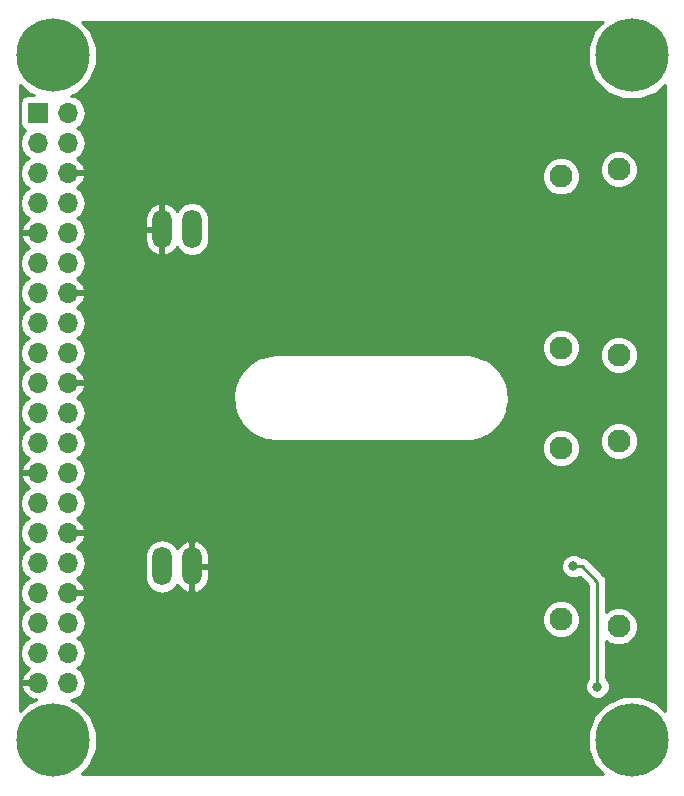
<source format=gbl>
G04 #@! TF.GenerationSoftware,KiCad,Pcbnew,(5.0.0)*
G04 #@! TF.CreationDate,2018-11-03T21:33:58-02:30*
G04 #@! TF.ProjectId,Dual CamCon,4475616C2043616D436F6E2E6B696361,rev?*
G04 #@! TF.SameCoordinates,Original*
G04 #@! TF.FileFunction,Copper,L2,Bot,Signal*
G04 #@! TF.FilePolarity,Positive*
%FSLAX46Y46*%
G04 Gerber Fmt 4.6, Leading zero omitted, Abs format (unit mm)*
G04 Created by KiCad (PCBNEW (5.0.0)) date 11/03/18 21:33:58*
%MOMM*%
%LPD*%
G01*
G04 APERTURE LIST*
G04 #@! TA.AperFunction,ComponentPad*
%ADD10R,1.700000X1.700000*%
G04 #@! TD*
G04 #@! TA.AperFunction,ComponentPad*
%ADD11O,1.700000X1.700000*%
G04 #@! TD*
G04 #@! TA.AperFunction,ComponentPad*
%ADD12O,1.638300X3.276600*%
G04 #@! TD*
G04 #@! TA.AperFunction,ComponentPad*
%ADD13C,1.950000*%
G04 #@! TD*
G04 #@! TA.AperFunction,ViaPad*
%ADD14C,6.200000*%
G04 #@! TD*
G04 #@! TA.AperFunction,ViaPad*
%ADD15C,0.800000*%
G04 #@! TD*
G04 #@! TA.AperFunction,Conductor*
%ADD16C,0.250000*%
G04 #@! TD*
G04 #@! TA.AperFunction,Conductor*
%ADD17C,0.254000*%
G04 #@! TD*
G04 APERTURE END LIST*
D10*
G04 #@! TO.P,J5,1*
G04 #@! TO.N,Net-(J5-Pad1)*
X102230000Y-43370000D03*
D11*
G04 #@! TO.P,J5,2*
G04 #@! TO.N,+5V*
X104770000Y-43370000D03*
G04 #@! TO.P,J5,3*
G04 #@! TO.N,Net-(J5-Pad3)*
X102230000Y-45910000D03*
G04 #@! TO.P,J5,4*
G04 #@! TO.N,+5V*
X104770000Y-45910000D03*
G04 #@! TO.P,J5,5*
G04 #@! TO.N,Net-(J5-Pad5)*
X102230000Y-48450000D03*
G04 #@! TO.P,J5,6*
G04 #@! TO.N,GND*
X104770000Y-48450000D03*
G04 #@! TO.P,J5,7*
G04 #@! TO.N,Net-(J5-Pad7)*
X102230000Y-50990000D03*
G04 #@! TO.P,J5,8*
G04 #@! TO.N,Net-(J5-Pad8)*
X104770000Y-50990000D03*
G04 #@! TO.P,J5,9*
G04 #@! TO.N,GND*
X102230000Y-53530000D03*
G04 #@! TO.P,J5,10*
G04 #@! TO.N,Net-(J5-Pad10)*
X104770000Y-53530000D03*
G04 #@! TO.P,J5,11*
G04 #@! TO.N,Net-(J5-Pad11)*
X102230000Y-56070000D03*
G04 #@! TO.P,J5,12*
G04 #@! TO.N,Net-(J5-Pad12)*
X104770000Y-56070000D03*
G04 #@! TO.P,J5,13*
G04 #@! TO.N,Net-(J5-Pad13)*
X102230000Y-58610000D03*
G04 #@! TO.P,J5,14*
G04 #@! TO.N,GND*
X104770000Y-58610000D03*
G04 #@! TO.P,J5,15*
G04 #@! TO.N,Net-(J5-Pad15)*
X102230000Y-61150000D03*
G04 #@! TO.P,J5,16*
G04 #@! TO.N,Net-(J5-Pad16)*
X104770000Y-61150000D03*
G04 #@! TO.P,J5,17*
G04 #@! TO.N,Net-(J5-Pad17)*
X102230000Y-63690000D03*
G04 #@! TO.P,J5,18*
G04 #@! TO.N,Net-(J5-Pad18)*
X104770000Y-63690000D03*
G04 #@! TO.P,J5,19*
G04 #@! TO.N,Net-(J5-Pad19)*
X102230000Y-66230000D03*
G04 #@! TO.P,J5,20*
G04 #@! TO.N,GND*
X104770000Y-66230000D03*
G04 #@! TO.P,J5,21*
G04 #@! TO.N,Net-(J5-Pad21)*
X102230000Y-68770000D03*
G04 #@! TO.P,J5,22*
G04 #@! TO.N,Net-(J5-Pad22)*
X104770000Y-68770000D03*
G04 #@! TO.P,J5,23*
G04 #@! TO.N,Net-(J5-Pad23)*
X102230000Y-71310000D03*
G04 #@! TO.P,J5,24*
G04 #@! TO.N,Net-(J5-Pad24)*
X104770000Y-71310000D03*
G04 #@! TO.P,J5,25*
G04 #@! TO.N,GND*
X102230000Y-73850000D03*
G04 #@! TO.P,J5,26*
G04 #@! TO.N,Net-(J5-Pad26)*
X104770000Y-73850000D03*
G04 #@! TO.P,J5,27*
G04 #@! TO.N,Net-(J5-Pad27)*
X102230000Y-76390000D03*
G04 #@! TO.P,J5,28*
G04 #@! TO.N,Net-(J5-Pad28)*
X104770000Y-76390000D03*
G04 #@! TO.P,J5,29*
G04 #@! TO.N,Net-(J5-Pad29)*
X102230000Y-78930000D03*
G04 #@! TO.P,J5,30*
G04 #@! TO.N,GND*
X104770000Y-78930000D03*
G04 #@! TO.P,J5,31*
G04 #@! TO.N,Net-(J5-Pad31)*
X102230000Y-81470000D03*
G04 #@! TO.P,J5,32*
G04 #@! TO.N,Net-(J5-Pad32)*
X104770000Y-81470000D03*
G04 #@! TO.P,J5,33*
G04 #@! TO.N,Net-(J5-Pad33)*
X102230000Y-84010000D03*
G04 #@! TO.P,J5,34*
G04 #@! TO.N,GND*
X104770000Y-84010000D03*
G04 #@! TO.P,J5,35*
G04 #@! TO.N,Net-(J5-Pad35)*
X102230000Y-86550000D03*
G04 #@! TO.P,J5,36*
G04 #@! TO.N,Net-(J5-Pad36)*
X104770000Y-86550000D03*
G04 #@! TO.P,J5,37*
G04 #@! TO.N,Net-(J5-Pad37)*
X102230000Y-89090000D03*
G04 #@! TO.P,J5,38*
G04 #@! TO.N,Net-(J5-Pad38)*
X104770000Y-89090000D03*
G04 #@! TO.P,J5,39*
G04 #@! TO.N,GND*
X102230000Y-91630000D03*
G04 #@! TO.P,J5,40*
G04 #@! TO.N,Net-(J5-Pad40)*
X104770000Y-91630000D03*
G04 #@! TD*
D12*
G04 #@! TO.P,J1,1*
G04 #@! TO.N,GND*
X112730000Y-53214380D03*
G04 #@! TO.P,J1,2*
G04 #@! TO.N,/Servo1*
X115270000Y-53214380D03*
G04 #@! TD*
G04 #@! TO.P,J2,1*
G04 #@! TO.N,GND*
X115270000Y-81774380D03*
G04 #@! TO.P,J2,2*
G04 #@! TO.N,/Servo2*
X112730000Y-81774380D03*
G04 #@! TD*
D13*
G04 #@! TO.P,P1,P4*
G04 #@! TO.N,N/C*
X151400000Y-48150000D03*
G04 #@! TO.P,P1,P3*
X151400000Y-63850000D03*
G04 #@! TO.P,P1,P1*
X146500000Y-48750000D03*
G04 #@! TO.P,P1,P2*
X146500000Y-63250000D03*
G04 #@! TD*
G04 #@! TO.P,P2,P4*
G04 #@! TO.N,N/C*
X151400000Y-71150000D03*
G04 #@! TO.P,P2,P3*
X151400000Y-86850000D03*
G04 #@! TO.P,P2,P1*
X146500000Y-71750000D03*
G04 #@! TO.P,P2,P2*
X146500000Y-86250000D03*
G04 #@! TD*
D14*
G04 #@! TO.N,*
X103500000Y-38500000D03*
X152500000Y-38500000D03*
X152500000Y-96500000D03*
X103500000Y-96500000D03*
D15*
G04 #@! TO.N,GND*
X136580460Y-48394380D03*
X143507460Y-83812380D03*
X147571460Y-79240380D03*
X147571460Y-77716380D03*
X147571460Y-76192380D03*
X147571460Y-74668380D03*
X147317460Y-51808380D03*
X147317460Y-53205380D03*
X147317460Y-54729380D03*
X142872460Y-56761380D03*
X147825460Y-59936380D03*
X139730460Y-44144380D03*
X127190460Y-52954380D03*
X130150460Y-51394380D03*
X133280460Y-49894380D03*
X131930460Y-76894380D03*
X134930460Y-78594380D03*
X137630460Y-80394380D03*
X126030460Y-37294380D03*
X123080460Y-37294380D03*
X120480460Y-40094380D03*
X120430460Y-41894380D03*
X120380460Y-43994380D03*
X121930460Y-45294380D03*
X121430460Y-38294380D03*
X131980460Y-37344380D03*
X129030460Y-37344380D03*
X138530460Y-38244380D03*
X139730460Y-39544380D03*
X139730460Y-41794380D03*
X134630460Y-37344380D03*
X136780460Y-37344380D03*
X144280460Y-48694380D03*
X131880460Y-42094380D03*
X129030460Y-42194380D03*
X126030460Y-42144380D03*
X111105460Y-58444380D03*
X111155460Y-56494380D03*
X117055460Y-78244380D03*
X117080460Y-81844380D03*
X117005460Y-76144380D03*
X121480460Y-96594380D03*
X120580460Y-94494380D03*
X120530460Y-92344380D03*
X121980460Y-89994380D03*
X123480460Y-91244380D03*
X123480460Y-92894380D03*
X127980460Y-92944380D03*
X130980460Y-92994380D03*
X133980460Y-93044380D03*
X137430460Y-89844380D03*
X120630460Y-90644380D03*
X142680460Y-82794380D03*
X125680460Y-92944380D03*
X142430460Y-60744380D03*
X128430460Y-74394380D03*
X109380460Y-49394380D03*
X109230460Y-53544380D03*
X112830460Y-98394380D03*
X142880460Y-96094380D03*
X152130460Y-91194380D03*
X154230460Y-88844380D03*
X108530460Y-94694380D03*
X108030460Y-41344380D03*
X111030460Y-37244380D03*
X145680460Y-37544380D03*
X147880460Y-41644380D03*
X153130460Y-43844380D03*
X115180460Y-70394380D03*
X108580460Y-70294380D03*
X119630460Y-74194380D03*
X115080460Y-64944380D03*
X109930460Y-64994380D03*
X120030460Y-61144380D03*
X124230460Y-74194380D03*
X143580460Y-65694380D03*
X143630460Y-67994380D03*
X154130460Y-67144380D03*
X154030460Y-55694380D03*
X154180460Y-78744380D03*
X108430460Y-76344380D03*
X117230460Y-37044380D03*
X123630460Y-55944380D03*
X143430460Y-89644380D03*
X127480460Y-83894380D03*
X147780460Y-97994380D03*
G04 #@! TO.N,/Servo2*
X147571460Y-81750000D03*
X149603460Y-91940380D03*
G04 #@! TD*
D16*
G04 #@! TO.N,/Servo2*
X147571460Y-81750000D02*
X148303080Y-81750000D01*
X148303080Y-81750000D02*
X149603460Y-83050380D01*
X149603460Y-83050380D02*
X149603460Y-91940380D01*
G04 #@! TD*
D17*
G04 #@! TO.N,GND*
G36*
X149333620Y-36384292D02*
X148765000Y-37757062D01*
X148765000Y-39242938D01*
X149333620Y-40615708D01*
X150384292Y-41666380D01*
X151757062Y-42235000D01*
X153242938Y-42235000D01*
X154615708Y-41666380D01*
X155315000Y-40967088D01*
X155315001Y-94032913D01*
X154615708Y-93333620D01*
X153242938Y-92765000D01*
X151757062Y-92765000D01*
X150384292Y-93333620D01*
X149333620Y-94384292D01*
X148765000Y-95757062D01*
X148765000Y-97242938D01*
X149333620Y-98615708D01*
X150032912Y-99315000D01*
X105967088Y-99315000D01*
X106666380Y-98615708D01*
X107235000Y-97242938D01*
X107235000Y-95757062D01*
X106666380Y-94384292D01*
X105615708Y-93333620D01*
X105032223Y-93091933D01*
X105349418Y-93028839D01*
X105840625Y-92700625D01*
X106168839Y-92209418D01*
X106284092Y-91630000D01*
X106168839Y-91050582D01*
X105840625Y-90559375D01*
X105542239Y-90360000D01*
X105840625Y-90160625D01*
X106168839Y-89669418D01*
X106284092Y-89090000D01*
X106168839Y-88510582D01*
X105840625Y-88019375D01*
X105542239Y-87820000D01*
X105840625Y-87620625D01*
X106168839Y-87129418D01*
X106284092Y-86550000D01*
X106168839Y-85970582D01*
X106141557Y-85929751D01*
X144890000Y-85929751D01*
X144890000Y-86570249D01*
X145135108Y-87161992D01*
X145588008Y-87614892D01*
X146179751Y-87860000D01*
X146820249Y-87860000D01*
X147411992Y-87614892D01*
X147864892Y-87161992D01*
X148110000Y-86570249D01*
X148110000Y-85929751D01*
X147864892Y-85338008D01*
X147411992Y-84885108D01*
X146820249Y-84640000D01*
X146179751Y-84640000D01*
X145588008Y-84885108D01*
X145135108Y-85338008D01*
X144890000Y-85929751D01*
X106141557Y-85929751D01*
X105840625Y-85479375D01*
X105521522Y-85266157D01*
X105651358Y-85205183D01*
X106041645Y-84776924D01*
X106211476Y-84366890D01*
X106090155Y-84137000D01*
X104897000Y-84137000D01*
X104897000Y-84157000D01*
X104643000Y-84157000D01*
X104643000Y-84137000D01*
X104623000Y-84137000D01*
X104623000Y-83883000D01*
X104643000Y-83883000D01*
X104643000Y-83863000D01*
X104897000Y-83863000D01*
X104897000Y-83883000D01*
X106090155Y-83883000D01*
X106211476Y-83653110D01*
X106041645Y-83243076D01*
X105651358Y-82814817D01*
X105521522Y-82753843D01*
X105840625Y-82540625D01*
X106168839Y-82049418D01*
X106284092Y-81470000D01*
X106168839Y-80890582D01*
X106116340Y-80812011D01*
X111275850Y-80812011D01*
X111275850Y-82736748D01*
X111360221Y-83160910D01*
X111681617Y-83641912D01*
X112162619Y-83963309D01*
X112730000Y-84076168D01*
X113297380Y-83963309D01*
X113778382Y-83641913D01*
X114004344Y-83303739D01*
X114331563Y-83711572D01*
X114830853Y-83985590D01*
X114917954Y-84004422D01*
X115143000Y-83882689D01*
X115143000Y-81901380D01*
X115397000Y-81901380D01*
X115397000Y-83882689D01*
X115622046Y-84004422D01*
X115709147Y-83985590D01*
X116208437Y-83711572D01*
X116564859Y-83267342D01*
X116724150Y-82720530D01*
X116724150Y-81901380D01*
X115397000Y-81901380D01*
X115143000Y-81901380D01*
X115123000Y-81901380D01*
X115123000Y-81647380D01*
X115143000Y-81647380D01*
X115143000Y-79666071D01*
X115397000Y-79666071D01*
X115397000Y-81647380D01*
X116724150Y-81647380D01*
X116724150Y-81544126D01*
X146536460Y-81544126D01*
X146536460Y-81955874D01*
X146694029Y-82336280D01*
X146985180Y-82627431D01*
X147365586Y-82785000D01*
X147777334Y-82785000D01*
X148120949Y-82642670D01*
X148843460Y-83365182D01*
X148843461Y-91236668D01*
X148726029Y-91354100D01*
X148568460Y-91734506D01*
X148568460Y-92146254D01*
X148726029Y-92526660D01*
X149017180Y-92817811D01*
X149397586Y-92975380D01*
X149809334Y-92975380D01*
X150189740Y-92817811D01*
X150480891Y-92526660D01*
X150638460Y-92146254D01*
X150638460Y-91734506D01*
X150480891Y-91354100D01*
X150363460Y-91236669D01*
X150363460Y-88090344D01*
X150488008Y-88214892D01*
X151079751Y-88460000D01*
X151720249Y-88460000D01*
X152311992Y-88214892D01*
X152764892Y-87761992D01*
X153010000Y-87170249D01*
X153010000Y-86529751D01*
X152764892Y-85938008D01*
X152311992Y-85485108D01*
X151720249Y-85240000D01*
X151079751Y-85240000D01*
X150488008Y-85485108D01*
X150363460Y-85609656D01*
X150363460Y-83125226D01*
X150378348Y-83050379D01*
X150363460Y-82975532D01*
X150363460Y-82975528D01*
X150319364Y-82753843D01*
X150151389Y-82502451D01*
X150087933Y-82460051D01*
X148893411Y-81265530D01*
X148851009Y-81202071D01*
X148599617Y-81034096D01*
X148377932Y-80990000D01*
X148377927Y-80990000D01*
X148303080Y-80975112D01*
X148267383Y-80982212D01*
X148157740Y-80872569D01*
X147777334Y-80715000D01*
X147365586Y-80715000D01*
X146985180Y-80872569D01*
X146694029Y-81163720D01*
X146536460Y-81544126D01*
X116724150Y-81544126D01*
X116724150Y-80828230D01*
X116564859Y-80281418D01*
X116208437Y-79837188D01*
X115709147Y-79563170D01*
X115622046Y-79544338D01*
X115397000Y-79666071D01*
X115143000Y-79666071D01*
X114917954Y-79544338D01*
X114830853Y-79563170D01*
X114331563Y-79837188D01*
X114004344Y-80245021D01*
X113778383Y-79906847D01*
X113297381Y-79585451D01*
X112730000Y-79472592D01*
X112162620Y-79585451D01*
X111681618Y-79906847D01*
X111360222Y-80387849D01*
X111275850Y-80812011D01*
X106116340Y-80812011D01*
X105840625Y-80399375D01*
X105521522Y-80186157D01*
X105651358Y-80125183D01*
X106041645Y-79696924D01*
X106211476Y-79286890D01*
X106090155Y-79057000D01*
X104897000Y-79057000D01*
X104897000Y-79077000D01*
X104643000Y-79077000D01*
X104643000Y-79057000D01*
X104623000Y-79057000D01*
X104623000Y-78803000D01*
X104643000Y-78803000D01*
X104643000Y-78783000D01*
X104897000Y-78783000D01*
X104897000Y-78803000D01*
X106090155Y-78803000D01*
X106211476Y-78573110D01*
X106041645Y-78163076D01*
X105651358Y-77734817D01*
X105521522Y-77673843D01*
X105840625Y-77460625D01*
X106168839Y-76969418D01*
X106284092Y-76390000D01*
X106168839Y-75810582D01*
X105840625Y-75319375D01*
X105542239Y-75120000D01*
X105840625Y-74920625D01*
X106168839Y-74429418D01*
X106284092Y-73850000D01*
X106168839Y-73270582D01*
X105840625Y-72779375D01*
X105542239Y-72580000D01*
X105840625Y-72380625D01*
X106168839Y-71889418D01*
X106260272Y-71429751D01*
X144890000Y-71429751D01*
X144890000Y-72070249D01*
X145135108Y-72661992D01*
X145588008Y-73114892D01*
X146179751Y-73360000D01*
X146820249Y-73360000D01*
X147411992Y-73114892D01*
X147864892Y-72661992D01*
X148110000Y-72070249D01*
X148110000Y-71429751D01*
X147864892Y-70838008D01*
X147856635Y-70829751D01*
X149790000Y-70829751D01*
X149790000Y-71470249D01*
X150035108Y-72061992D01*
X150488008Y-72514892D01*
X151079751Y-72760000D01*
X151720249Y-72760000D01*
X152311992Y-72514892D01*
X152764892Y-72061992D01*
X153010000Y-71470249D01*
X153010000Y-70829751D01*
X152764892Y-70238008D01*
X152311992Y-69785108D01*
X151720249Y-69540000D01*
X151079751Y-69540000D01*
X150488008Y-69785108D01*
X150035108Y-70238008D01*
X149790000Y-70829751D01*
X147856635Y-70829751D01*
X147411992Y-70385108D01*
X146820249Y-70140000D01*
X146179751Y-70140000D01*
X145588008Y-70385108D01*
X145135108Y-70838008D01*
X144890000Y-71429751D01*
X106260272Y-71429751D01*
X106284092Y-71310000D01*
X106168839Y-70730582D01*
X105840625Y-70239375D01*
X105542239Y-70040000D01*
X105840625Y-69840625D01*
X106168839Y-69349418D01*
X106284092Y-68770000D01*
X106168839Y-68190582D01*
X105840625Y-67699375D01*
X105521522Y-67486157D01*
X105651358Y-67425183D01*
X105692371Y-67380179D01*
X118746164Y-67380179D01*
X118789187Y-68073668D01*
X118795761Y-68110206D01*
X118797768Y-68147259D01*
X118817282Y-68229813D01*
X119018689Y-68894806D01*
X119033489Y-68928844D01*
X119043968Y-68964448D01*
X119081951Y-69040299D01*
X119430937Y-69641122D01*
X119453171Y-69670843D01*
X119471560Y-69703082D01*
X119525973Y-69768160D01*
X120003818Y-70272584D01*
X120032295Y-70296394D01*
X120057604Y-70323535D01*
X120125530Y-70374351D01*
X120706602Y-70755319D01*
X120739793Y-70771940D01*
X120770667Y-70792530D01*
X120848461Y-70826357D01*
X121501589Y-71063431D01*
X121537715Y-71071971D01*
X121572497Y-71084906D01*
X121655964Y-71099924D01*
X121655985Y-71099929D01*
X121655995Y-71099929D01*
X122318813Y-71177206D01*
X122357998Y-71185000D01*
X138494922Y-71185000D01*
X138515875Y-71180832D01*
X138840679Y-71160682D01*
X138858992Y-71157387D01*
X138877590Y-71157387D01*
X138961079Y-71142365D01*
X139635991Y-70977215D01*
X139670781Y-70964277D01*
X139706898Y-70955739D01*
X139784692Y-70921914D01*
X140403509Y-70605930D01*
X140434390Y-70585335D01*
X140467573Y-70568718D01*
X140535491Y-70517909D01*
X140535500Y-70517903D01*
X140535504Y-70517899D01*
X141065028Y-70068036D01*
X141090345Y-70040887D01*
X141118813Y-70017084D01*
X141173218Y-69952016D01*
X141173228Y-69952006D01*
X141173231Y-69952000D01*
X141585061Y-69392387D01*
X141603450Y-69360148D01*
X141625684Y-69330427D01*
X141663663Y-69254585D01*
X141663667Y-69254578D01*
X141663668Y-69254575D01*
X141935714Y-68615225D01*
X141946194Y-68579616D01*
X141960992Y-68545583D01*
X141980508Y-68463028D01*
X142098176Y-67778240D01*
X142100183Y-67741175D01*
X142106755Y-67704651D01*
X142106756Y-67619821D01*
X142063733Y-66926331D01*
X142057159Y-66889793D01*
X142055152Y-66852741D01*
X142035638Y-66770187D01*
X141834231Y-66105194D01*
X141819431Y-66071156D01*
X141808952Y-66035552D01*
X141770969Y-65959701D01*
X141421983Y-65358877D01*
X141399747Y-65329153D01*
X141381360Y-65296918D01*
X141326946Y-65231839D01*
X140849102Y-64727416D01*
X140820625Y-64703606D01*
X140795316Y-64676465D01*
X140727391Y-64625649D01*
X140146318Y-64244681D01*
X140113126Y-64228060D01*
X140082253Y-64207470D01*
X140004467Y-64173646D01*
X140004460Y-64173643D01*
X140004457Y-64173642D01*
X139351331Y-63936569D01*
X139315207Y-63928030D01*
X139280424Y-63915094D01*
X139196953Y-63900075D01*
X139196935Y-63900071D01*
X139196926Y-63900071D01*
X138534107Y-63822794D01*
X138494922Y-63815000D01*
X122357998Y-63815000D01*
X122337045Y-63819168D01*
X122012241Y-63839318D01*
X121993928Y-63842613D01*
X121975330Y-63842613D01*
X121891841Y-63857635D01*
X121216929Y-64022785D01*
X121182139Y-64035723D01*
X121146022Y-64044261D01*
X121068228Y-64078086D01*
X120449411Y-64394070D01*
X120418530Y-64414665D01*
X120385347Y-64431282D01*
X120317429Y-64482091D01*
X120317420Y-64482097D01*
X120317416Y-64482101D01*
X119787893Y-64931964D01*
X119762579Y-64959110D01*
X119734107Y-64982916D01*
X119679692Y-65047994D01*
X119267859Y-65607613D01*
X119249470Y-65639852D01*
X119227236Y-65669573D01*
X119189261Y-65745408D01*
X119189253Y-65745422D01*
X119189251Y-65745428D01*
X118917206Y-66384775D01*
X118906726Y-66420384D01*
X118891928Y-66454417D01*
X118872412Y-66536972D01*
X118754744Y-67221760D01*
X118752737Y-67258825D01*
X118746165Y-67295349D01*
X118746164Y-67380179D01*
X105692371Y-67380179D01*
X106041645Y-66996924D01*
X106211476Y-66586890D01*
X106090155Y-66357000D01*
X104897000Y-66357000D01*
X104897000Y-66377000D01*
X104643000Y-66377000D01*
X104643000Y-66357000D01*
X104623000Y-66357000D01*
X104623000Y-66103000D01*
X104643000Y-66103000D01*
X104643000Y-66083000D01*
X104897000Y-66083000D01*
X104897000Y-66103000D01*
X106090155Y-66103000D01*
X106211476Y-65873110D01*
X106041645Y-65463076D01*
X105651358Y-65034817D01*
X105521522Y-64973843D01*
X105840625Y-64760625D01*
X106168839Y-64269418D01*
X106284092Y-63690000D01*
X106168839Y-63110582D01*
X106048012Y-62929751D01*
X144890000Y-62929751D01*
X144890000Y-63570249D01*
X145135108Y-64161992D01*
X145588008Y-64614892D01*
X146179751Y-64860000D01*
X146820249Y-64860000D01*
X147411992Y-64614892D01*
X147864892Y-64161992D01*
X148110000Y-63570249D01*
X148110000Y-63529751D01*
X149790000Y-63529751D01*
X149790000Y-64170249D01*
X150035108Y-64761992D01*
X150488008Y-65214892D01*
X151079751Y-65460000D01*
X151720249Y-65460000D01*
X152311992Y-65214892D01*
X152764892Y-64761992D01*
X153010000Y-64170249D01*
X153010000Y-63529751D01*
X152764892Y-62938008D01*
X152311992Y-62485108D01*
X151720249Y-62240000D01*
X151079751Y-62240000D01*
X150488008Y-62485108D01*
X150035108Y-62938008D01*
X149790000Y-63529751D01*
X148110000Y-63529751D01*
X148110000Y-62929751D01*
X147864892Y-62338008D01*
X147411992Y-61885108D01*
X146820249Y-61640000D01*
X146179751Y-61640000D01*
X145588008Y-61885108D01*
X145135108Y-62338008D01*
X144890000Y-62929751D01*
X106048012Y-62929751D01*
X105840625Y-62619375D01*
X105542239Y-62420000D01*
X105840625Y-62220625D01*
X106168839Y-61729418D01*
X106284092Y-61150000D01*
X106168839Y-60570582D01*
X105840625Y-60079375D01*
X105521522Y-59866157D01*
X105651358Y-59805183D01*
X106041645Y-59376924D01*
X106211476Y-58966890D01*
X106090155Y-58737000D01*
X104897000Y-58737000D01*
X104897000Y-58757000D01*
X104643000Y-58757000D01*
X104643000Y-58737000D01*
X104623000Y-58737000D01*
X104623000Y-58483000D01*
X104643000Y-58483000D01*
X104643000Y-58463000D01*
X104897000Y-58463000D01*
X104897000Y-58483000D01*
X106090155Y-58483000D01*
X106211476Y-58253110D01*
X106041645Y-57843076D01*
X105651358Y-57414817D01*
X105521522Y-57353843D01*
X105840625Y-57140625D01*
X106168839Y-56649418D01*
X106284092Y-56070000D01*
X106168839Y-55490582D01*
X105840625Y-54999375D01*
X105542239Y-54800000D01*
X105840625Y-54600625D01*
X106168839Y-54109418D01*
X106284092Y-53530000D01*
X106246574Y-53341380D01*
X111275850Y-53341380D01*
X111275850Y-54160530D01*
X111435141Y-54707342D01*
X111791563Y-55151572D01*
X112290853Y-55425590D01*
X112377954Y-55444422D01*
X112603000Y-55322689D01*
X112603000Y-53341380D01*
X111275850Y-53341380D01*
X106246574Y-53341380D01*
X106168839Y-52950582D01*
X105840625Y-52459375D01*
X105554557Y-52268230D01*
X111275850Y-52268230D01*
X111275850Y-53087380D01*
X112603000Y-53087380D01*
X112603000Y-51106071D01*
X112857000Y-51106071D01*
X112857000Y-53087380D01*
X112877000Y-53087380D01*
X112877000Y-53341380D01*
X112857000Y-53341380D01*
X112857000Y-55322689D01*
X113082046Y-55444422D01*
X113169147Y-55425590D01*
X113668437Y-55151572D01*
X113995657Y-54743739D01*
X114221618Y-55081913D01*
X114702620Y-55403309D01*
X115270000Y-55516168D01*
X115837381Y-55403309D01*
X116318383Y-55081913D01*
X116639779Y-54600911D01*
X116724150Y-54176749D01*
X116724150Y-52252011D01*
X116639779Y-51827849D01*
X116318382Y-51346847D01*
X115837380Y-51025451D01*
X115270000Y-50912592D01*
X114702619Y-51025451D01*
X114221617Y-51346848D01*
X113995656Y-51685021D01*
X113668437Y-51277188D01*
X113169147Y-51003170D01*
X113082046Y-50984338D01*
X112857000Y-51106071D01*
X112603000Y-51106071D01*
X112377954Y-50984338D01*
X112290853Y-51003170D01*
X111791563Y-51277188D01*
X111435141Y-51721418D01*
X111275850Y-52268230D01*
X105554557Y-52268230D01*
X105542239Y-52260000D01*
X105840625Y-52060625D01*
X106168839Y-51569418D01*
X106284092Y-50990000D01*
X106168839Y-50410582D01*
X105840625Y-49919375D01*
X105521522Y-49706157D01*
X105651358Y-49645183D01*
X106041645Y-49216924D01*
X106211476Y-48806890D01*
X106090155Y-48577000D01*
X104897000Y-48577000D01*
X104897000Y-48597000D01*
X104643000Y-48597000D01*
X104643000Y-48577000D01*
X104623000Y-48577000D01*
X104623000Y-48429751D01*
X144890000Y-48429751D01*
X144890000Y-49070249D01*
X145135108Y-49661992D01*
X145588008Y-50114892D01*
X146179751Y-50360000D01*
X146820249Y-50360000D01*
X147411992Y-50114892D01*
X147864892Y-49661992D01*
X148110000Y-49070249D01*
X148110000Y-48429751D01*
X147864892Y-47838008D01*
X147856635Y-47829751D01*
X149790000Y-47829751D01*
X149790000Y-48470249D01*
X150035108Y-49061992D01*
X150488008Y-49514892D01*
X151079751Y-49760000D01*
X151720249Y-49760000D01*
X152311992Y-49514892D01*
X152764892Y-49061992D01*
X153010000Y-48470249D01*
X153010000Y-47829751D01*
X152764892Y-47238008D01*
X152311992Y-46785108D01*
X151720249Y-46540000D01*
X151079751Y-46540000D01*
X150488008Y-46785108D01*
X150035108Y-47238008D01*
X149790000Y-47829751D01*
X147856635Y-47829751D01*
X147411992Y-47385108D01*
X146820249Y-47140000D01*
X146179751Y-47140000D01*
X145588008Y-47385108D01*
X145135108Y-47838008D01*
X144890000Y-48429751D01*
X104623000Y-48429751D01*
X104623000Y-48323000D01*
X104643000Y-48323000D01*
X104643000Y-48303000D01*
X104897000Y-48303000D01*
X104897000Y-48323000D01*
X106090155Y-48323000D01*
X106211476Y-48093110D01*
X106041645Y-47683076D01*
X105651358Y-47254817D01*
X105521522Y-47193843D01*
X105840625Y-46980625D01*
X106168839Y-46489418D01*
X106284092Y-45910000D01*
X106168839Y-45330582D01*
X105840625Y-44839375D01*
X105542239Y-44640000D01*
X105840625Y-44440625D01*
X106168839Y-43949418D01*
X106284092Y-43370000D01*
X106168839Y-42790582D01*
X105840625Y-42299375D01*
X105349418Y-41971161D01*
X105032223Y-41908067D01*
X105615708Y-41666380D01*
X106666380Y-40615708D01*
X107235000Y-39242938D01*
X107235000Y-37757062D01*
X106666380Y-36384292D01*
X105967088Y-35685000D01*
X150032912Y-35685000D01*
X149333620Y-36384292D01*
X149333620Y-36384292D01*
G37*
X149333620Y-36384292D02*
X148765000Y-37757062D01*
X148765000Y-39242938D01*
X149333620Y-40615708D01*
X150384292Y-41666380D01*
X151757062Y-42235000D01*
X153242938Y-42235000D01*
X154615708Y-41666380D01*
X155315000Y-40967088D01*
X155315001Y-94032913D01*
X154615708Y-93333620D01*
X153242938Y-92765000D01*
X151757062Y-92765000D01*
X150384292Y-93333620D01*
X149333620Y-94384292D01*
X148765000Y-95757062D01*
X148765000Y-97242938D01*
X149333620Y-98615708D01*
X150032912Y-99315000D01*
X105967088Y-99315000D01*
X106666380Y-98615708D01*
X107235000Y-97242938D01*
X107235000Y-95757062D01*
X106666380Y-94384292D01*
X105615708Y-93333620D01*
X105032223Y-93091933D01*
X105349418Y-93028839D01*
X105840625Y-92700625D01*
X106168839Y-92209418D01*
X106284092Y-91630000D01*
X106168839Y-91050582D01*
X105840625Y-90559375D01*
X105542239Y-90360000D01*
X105840625Y-90160625D01*
X106168839Y-89669418D01*
X106284092Y-89090000D01*
X106168839Y-88510582D01*
X105840625Y-88019375D01*
X105542239Y-87820000D01*
X105840625Y-87620625D01*
X106168839Y-87129418D01*
X106284092Y-86550000D01*
X106168839Y-85970582D01*
X106141557Y-85929751D01*
X144890000Y-85929751D01*
X144890000Y-86570249D01*
X145135108Y-87161992D01*
X145588008Y-87614892D01*
X146179751Y-87860000D01*
X146820249Y-87860000D01*
X147411992Y-87614892D01*
X147864892Y-87161992D01*
X148110000Y-86570249D01*
X148110000Y-85929751D01*
X147864892Y-85338008D01*
X147411992Y-84885108D01*
X146820249Y-84640000D01*
X146179751Y-84640000D01*
X145588008Y-84885108D01*
X145135108Y-85338008D01*
X144890000Y-85929751D01*
X106141557Y-85929751D01*
X105840625Y-85479375D01*
X105521522Y-85266157D01*
X105651358Y-85205183D01*
X106041645Y-84776924D01*
X106211476Y-84366890D01*
X106090155Y-84137000D01*
X104897000Y-84137000D01*
X104897000Y-84157000D01*
X104643000Y-84157000D01*
X104643000Y-84137000D01*
X104623000Y-84137000D01*
X104623000Y-83883000D01*
X104643000Y-83883000D01*
X104643000Y-83863000D01*
X104897000Y-83863000D01*
X104897000Y-83883000D01*
X106090155Y-83883000D01*
X106211476Y-83653110D01*
X106041645Y-83243076D01*
X105651358Y-82814817D01*
X105521522Y-82753843D01*
X105840625Y-82540625D01*
X106168839Y-82049418D01*
X106284092Y-81470000D01*
X106168839Y-80890582D01*
X106116340Y-80812011D01*
X111275850Y-80812011D01*
X111275850Y-82736748D01*
X111360221Y-83160910D01*
X111681617Y-83641912D01*
X112162619Y-83963309D01*
X112730000Y-84076168D01*
X113297380Y-83963309D01*
X113778382Y-83641913D01*
X114004344Y-83303739D01*
X114331563Y-83711572D01*
X114830853Y-83985590D01*
X114917954Y-84004422D01*
X115143000Y-83882689D01*
X115143000Y-81901380D01*
X115397000Y-81901380D01*
X115397000Y-83882689D01*
X115622046Y-84004422D01*
X115709147Y-83985590D01*
X116208437Y-83711572D01*
X116564859Y-83267342D01*
X116724150Y-82720530D01*
X116724150Y-81901380D01*
X115397000Y-81901380D01*
X115143000Y-81901380D01*
X115123000Y-81901380D01*
X115123000Y-81647380D01*
X115143000Y-81647380D01*
X115143000Y-79666071D01*
X115397000Y-79666071D01*
X115397000Y-81647380D01*
X116724150Y-81647380D01*
X116724150Y-81544126D01*
X146536460Y-81544126D01*
X146536460Y-81955874D01*
X146694029Y-82336280D01*
X146985180Y-82627431D01*
X147365586Y-82785000D01*
X147777334Y-82785000D01*
X148120949Y-82642670D01*
X148843460Y-83365182D01*
X148843461Y-91236668D01*
X148726029Y-91354100D01*
X148568460Y-91734506D01*
X148568460Y-92146254D01*
X148726029Y-92526660D01*
X149017180Y-92817811D01*
X149397586Y-92975380D01*
X149809334Y-92975380D01*
X150189740Y-92817811D01*
X150480891Y-92526660D01*
X150638460Y-92146254D01*
X150638460Y-91734506D01*
X150480891Y-91354100D01*
X150363460Y-91236669D01*
X150363460Y-88090344D01*
X150488008Y-88214892D01*
X151079751Y-88460000D01*
X151720249Y-88460000D01*
X152311992Y-88214892D01*
X152764892Y-87761992D01*
X153010000Y-87170249D01*
X153010000Y-86529751D01*
X152764892Y-85938008D01*
X152311992Y-85485108D01*
X151720249Y-85240000D01*
X151079751Y-85240000D01*
X150488008Y-85485108D01*
X150363460Y-85609656D01*
X150363460Y-83125226D01*
X150378348Y-83050379D01*
X150363460Y-82975532D01*
X150363460Y-82975528D01*
X150319364Y-82753843D01*
X150151389Y-82502451D01*
X150087933Y-82460051D01*
X148893411Y-81265530D01*
X148851009Y-81202071D01*
X148599617Y-81034096D01*
X148377932Y-80990000D01*
X148377927Y-80990000D01*
X148303080Y-80975112D01*
X148267383Y-80982212D01*
X148157740Y-80872569D01*
X147777334Y-80715000D01*
X147365586Y-80715000D01*
X146985180Y-80872569D01*
X146694029Y-81163720D01*
X146536460Y-81544126D01*
X116724150Y-81544126D01*
X116724150Y-80828230D01*
X116564859Y-80281418D01*
X116208437Y-79837188D01*
X115709147Y-79563170D01*
X115622046Y-79544338D01*
X115397000Y-79666071D01*
X115143000Y-79666071D01*
X114917954Y-79544338D01*
X114830853Y-79563170D01*
X114331563Y-79837188D01*
X114004344Y-80245021D01*
X113778383Y-79906847D01*
X113297381Y-79585451D01*
X112730000Y-79472592D01*
X112162620Y-79585451D01*
X111681618Y-79906847D01*
X111360222Y-80387849D01*
X111275850Y-80812011D01*
X106116340Y-80812011D01*
X105840625Y-80399375D01*
X105521522Y-80186157D01*
X105651358Y-80125183D01*
X106041645Y-79696924D01*
X106211476Y-79286890D01*
X106090155Y-79057000D01*
X104897000Y-79057000D01*
X104897000Y-79077000D01*
X104643000Y-79077000D01*
X104643000Y-79057000D01*
X104623000Y-79057000D01*
X104623000Y-78803000D01*
X104643000Y-78803000D01*
X104643000Y-78783000D01*
X104897000Y-78783000D01*
X104897000Y-78803000D01*
X106090155Y-78803000D01*
X106211476Y-78573110D01*
X106041645Y-78163076D01*
X105651358Y-77734817D01*
X105521522Y-77673843D01*
X105840625Y-77460625D01*
X106168839Y-76969418D01*
X106284092Y-76390000D01*
X106168839Y-75810582D01*
X105840625Y-75319375D01*
X105542239Y-75120000D01*
X105840625Y-74920625D01*
X106168839Y-74429418D01*
X106284092Y-73850000D01*
X106168839Y-73270582D01*
X105840625Y-72779375D01*
X105542239Y-72580000D01*
X105840625Y-72380625D01*
X106168839Y-71889418D01*
X106260272Y-71429751D01*
X144890000Y-71429751D01*
X144890000Y-72070249D01*
X145135108Y-72661992D01*
X145588008Y-73114892D01*
X146179751Y-73360000D01*
X146820249Y-73360000D01*
X147411992Y-73114892D01*
X147864892Y-72661992D01*
X148110000Y-72070249D01*
X148110000Y-71429751D01*
X147864892Y-70838008D01*
X147856635Y-70829751D01*
X149790000Y-70829751D01*
X149790000Y-71470249D01*
X150035108Y-72061992D01*
X150488008Y-72514892D01*
X151079751Y-72760000D01*
X151720249Y-72760000D01*
X152311992Y-72514892D01*
X152764892Y-72061992D01*
X153010000Y-71470249D01*
X153010000Y-70829751D01*
X152764892Y-70238008D01*
X152311992Y-69785108D01*
X151720249Y-69540000D01*
X151079751Y-69540000D01*
X150488008Y-69785108D01*
X150035108Y-70238008D01*
X149790000Y-70829751D01*
X147856635Y-70829751D01*
X147411992Y-70385108D01*
X146820249Y-70140000D01*
X146179751Y-70140000D01*
X145588008Y-70385108D01*
X145135108Y-70838008D01*
X144890000Y-71429751D01*
X106260272Y-71429751D01*
X106284092Y-71310000D01*
X106168839Y-70730582D01*
X105840625Y-70239375D01*
X105542239Y-70040000D01*
X105840625Y-69840625D01*
X106168839Y-69349418D01*
X106284092Y-68770000D01*
X106168839Y-68190582D01*
X105840625Y-67699375D01*
X105521522Y-67486157D01*
X105651358Y-67425183D01*
X105692371Y-67380179D01*
X118746164Y-67380179D01*
X118789187Y-68073668D01*
X118795761Y-68110206D01*
X118797768Y-68147259D01*
X118817282Y-68229813D01*
X119018689Y-68894806D01*
X119033489Y-68928844D01*
X119043968Y-68964448D01*
X119081951Y-69040299D01*
X119430937Y-69641122D01*
X119453171Y-69670843D01*
X119471560Y-69703082D01*
X119525973Y-69768160D01*
X120003818Y-70272584D01*
X120032295Y-70296394D01*
X120057604Y-70323535D01*
X120125530Y-70374351D01*
X120706602Y-70755319D01*
X120739793Y-70771940D01*
X120770667Y-70792530D01*
X120848461Y-70826357D01*
X121501589Y-71063431D01*
X121537715Y-71071971D01*
X121572497Y-71084906D01*
X121655964Y-71099924D01*
X121655985Y-71099929D01*
X121655995Y-71099929D01*
X122318813Y-71177206D01*
X122357998Y-71185000D01*
X138494922Y-71185000D01*
X138515875Y-71180832D01*
X138840679Y-71160682D01*
X138858992Y-71157387D01*
X138877590Y-71157387D01*
X138961079Y-71142365D01*
X139635991Y-70977215D01*
X139670781Y-70964277D01*
X139706898Y-70955739D01*
X139784692Y-70921914D01*
X140403509Y-70605930D01*
X140434390Y-70585335D01*
X140467573Y-70568718D01*
X140535491Y-70517909D01*
X140535500Y-70517903D01*
X140535504Y-70517899D01*
X141065028Y-70068036D01*
X141090345Y-70040887D01*
X141118813Y-70017084D01*
X141173218Y-69952016D01*
X141173228Y-69952006D01*
X141173231Y-69952000D01*
X141585061Y-69392387D01*
X141603450Y-69360148D01*
X141625684Y-69330427D01*
X141663663Y-69254585D01*
X141663667Y-69254578D01*
X141663668Y-69254575D01*
X141935714Y-68615225D01*
X141946194Y-68579616D01*
X141960992Y-68545583D01*
X141980508Y-68463028D01*
X142098176Y-67778240D01*
X142100183Y-67741175D01*
X142106755Y-67704651D01*
X142106756Y-67619821D01*
X142063733Y-66926331D01*
X142057159Y-66889793D01*
X142055152Y-66852741D01*
X142035638Y-66770187D01*
X141834231Y-66105194D01*
X141819431Y-66071156D01*
X141808952Y-66035552D01*
X141770969Y-65959701D01*
X141421983Y-65358877D01*
X141399747Y-65329153D01*
X141381360Y-65296918D01*
X141326946Y-65231839D01*
X140849102Y-64727416D01*
X140820625Y-64703606D01*
X140795316Y-64676465D01*
X140727391Y-64625649D01*
X140146318Y-64244681D01*
X140113126Y-64228060D01*
X140082253Y-64207470D01*
X140004467Y-64173646D01*
X140004460Y-64173643D01*
X140004457Y-64173642D01*
X139351331Y-63936569D01*
X139315207Y-63928030D01*
X139280424Y-63915094D01*
X139196953Y-63900075D01*
X139196935Y-63900071D01*
X139196926Y-63900071D01*
X138534107Y-63822794D01*
X138494922Y-63815000D01*
X122357998Y-63815000D01*
X122337045Y-63819168D01*
X122012241Y-63839318D01*
X121993928Y-63842613D01*
X121975330Y-63842613D01*
X121891841Y-63857635D01*
X121216929Y-64022785D01*
X121182139Y-64035723D01*
X121146022Y-64044261D01*
X121068228Y-64078086D01*
X120449411Y-64394070D01*
X120418530Y-64414665D01*
X120385347Y-64431282D01*
X120317429Y-64482091D01*
X120317420Y-64482097D01*
X120317416Y-64482101D01*
X119787893Y-64931964D01*
X119762579Y-64959110D01*
X119734107Y-64982916D01*
X119679692Y-65047994D01*
X119267859Y-65607613D01*
X119249470Y-65639852D01*
X119227236Y-65669573D01*
X119189261Y-65745408D01*
X119189253Y-65745422D01*
X119189251Y-65745428D01*
X118917206Y-66384775D01*
X118906726Y-66420384D01*
X118891928Y-66454417D01*
X118872412Y-66536972D01*
X118754744Y-67221760D01*
X118752737Y-67258825D01*
X118746165Y-67295349D01*
X118746164Y-67380179D01*
X105692371Y-67380179D01*
X106041645Y-66996924D01*
X106211476Y-66586890D01*
X106090155Y-66357000D01*
X104897000Y-66357000D01*
X104897000Y-66377000D01*
X104643000Y-66377000D01*
X104643000Y-66357000D01*
X104623000Y-66357000D01*
X104623000Y-66103000D01*
X104643000Y-66103000D01*
X104643000Y-66083000D01*
X104897000Y-66083000D01*
X104897000Y-66103000D01*
X106090155Y-66103000D01*
X106211476Y-65873110D01*
X106041645Y-65463076D01*
X105651358Y-65034817D01*
X105521522Y-64973843D01*
X105840625Y-64760625D01*
X106168839Y-64269418D01*
X106284092Y-63690000D01*
X106168839Y-63110582D01*
X106048012Y-62929751D01*
X144890000Y-62929751D01*
X144890000Y-63570249D01*
X145135108Y-64161992D01*
X145588008Y-64614892D01*
X146179751Y-64860000D01*
X146820249Y-64860000D01*
X147411992Y-64614892D01*
X147864892Y-64161992D01*
X148110000Y-63570249D01*
X148110000Y-63529751D01*
X149790000Y-63529751D01*
X149790000Y-64170249D01*
X150035108Y-64761992D01*
X150488008Y-65214892D01*
X151079751Y-65460000D01*
X151720249Y-65460000D01*
X152311992Y-65214892D01*
X152764892Y-64761992D01*
X153010000Y-64170249D01*
X153010000Y-63529751D01*
X152764892Y-62938008D01*
X152311992Y-62485108D01*
X151720249Y-62240000D01*
X151079751Y-62240000D01*
X150488008Y-62485108D01*
X150035108Y-62938008D01*
X149790000Y-63529751D01*
X148110000Y-63529751D01*
X148110000Y-62929751D01*
X147864892Y-62338008D01*
X147411992Y-61885108D01*
X146820249Y-61640000D01*
X146179751Y-61640000D01*
X145588008Y-61885108D01*
X145135108Y-62338008D01*
X144890000Y-62929751D01*
X106048012Y-62929751D01*
X105840625Y-62619375D01*
X105542239Y-62420000D01*
X105840625Y-62220625D01*
X106168839Y-61729418D01*
X106284092Y-61150000D01*
X106168839Y-60570582D01*
X105840625Y-60079375D01*
X105521522Y-59866157D01*
X105651358Y-59805183D01*
X106041645Y-59376924D01*
X106211476Y-58966890D01*
X106090155Y-58737000D01*
X104897000Y-58737000D01*
X104897000Y-58757000D01*
X104643000Y-58757000D01*
X104643000Y-58737000D01*
X104623000Y-58737000D01*
X104623000Y-58483000D01*
X104643000Y-58483000D01*
X104643000Y-58463000D01*
X104897000Y-58463000D01*
X104897000Y-58483000D01*
X106090155Y-58483000D01*
X106211476Y-58253110D01*
X106041645Y-57843076D01*
X105651358Y-57414817D01*
X105521522Y-57353843D01*
X105840625Y-57140625D01*
X106168839Y-56649418D01*
X106284092Y-56070000D01*
X106168839Y-55490582D01*
X105840625Y-54999375D01*
X105542239Y-54800000D01*
X105840625Y-54600625D01*
X106168839Y-54109418D01*
X106284092Y-53530000D01*
X106246574Y-53341380D01*
X111275850Y-53341380D01*
X111275850Y-54160530D01*
X111435141Y-54707342D01*
X111791563Y-55151572D01*
X112290853Y-55425590D01*
X112377954Y-55444422D01*
X112603000Y-55322689D01*
X112603000Y-53341380D01*
X111275850Y-53341380D01*
X106246574Y-53341380D01*
X106168839Y-52950582D01*
X105840625Y-52459375D01*
X105554557Y-52268230D01*
X111275850Y-52268230D01*
X111275850Y-53087380D01*
X112603000Y-53087380D01*
X112603000Y-51106071D01*
X112857000Y-51106071D01*
X112857000Y-53087380D01*
X112877000Y-53087380D01*
X112877000Y-53341380D01*
X112857000Y-53341380D01*
X112857000Y-55322689D01*
X113082046Y-55444422D01*
X113169147Y-55425590D01*
X113668437Y-55151572D01*
X113995657Y-54743739D01*
X114221618Y-55081913D01*
X114702620Y-55403309D01*
X115270000Y-55516168D01*
X115837381Y-55403309D01*
X116318383Y-55081913D01*
X116639779Y-54600911D01*
X116724150Y-54176749D01*
X116724150Y-52252011D01*
X116639779Y-51827849D01*
X116318382Y-51346847D01*
X115837380Y-51025451D01*
X115270000Y-50912592D01*
X114702619Y-51025451D01*
X114221617Y-51346848D01*
X113995656Y-51685021D01*
X113668437Y-51277188D01*
X113169147Y-51003170D01*
X113082046Y-50984338D01*
X112857000Y-51106071D01*
X112603000Y-51106071D01*
X112377954Y-50984338D01*
X112290853Y-51003170D01*
X111791563Y-51277188D01*
X111435141Y-51721418D01*
X111275850Y-52268230D01*
X105554557Y-52268230D01*
X105542239Y-52260000D01*
X105840625Y-52060625D01*
X106168839Y-51569418D01*
X106284092Y-50990000D01*
X106168839Y-50410582D01*
X105840625Y-49919375D01*
X105521522Y-49706157D01*
X105651358Y-49645183D01*
X106041645Y-49216924D01*
X106211476Y-48806890D01*
X106090155Y-48577000D01*
X104897000Y-48577000D01*
X104897000Y-48597000D01*
X104643000Y-48597000D01*
X104643000Y-48577000D01*
X104623000Y-48577000D01*
X104623000Y-48429751D01*
X144890000Y-48429751D01*
X144890000Y-49070249D01*
X145135108Y-49661992D01*
X145588008Y-50114892D01*
X146179751Y-50360000D01*
X146820249Y-50360000D01*
X147411992Y-50114892D01*
X147864892Y-49661992D01*
X148110000Y-49070249D01*
X148110000Y-48429751D01*
X147864892Y-47838008D01*
X147856635Y-47829751D01*
X149790000Y-47829751D01*
X149790000Y-48470249D01*
X150035108Y-49061992D01*
X150488008Y-49514892D01*
X151079751Y-49760000D01*
X151720249Y-49760000D01*
X152311992Y-49514892D01*
X152764892Y-49061992D01*
X153010000Y-48470249D01*
X153010000Y-47829751D01*
X152764892Y-47238008D01*
X152311992Y-46785108D01*
X151720249Y-46540000D01*
X151079751Y-46540000D01*
X150488008Y-46785108D01*
X150035108Y-47238008D01*
X149790000Y-47829751D01*
X147856635Y-47829751D01*
X147411992Y-47385108D01*
X146820249Y-47140000D01*
X146179751Y-47140000D01*
X145588008Y-47385108D01*
X145135108Y-47838008D01*
X144890000Y-48429751D01*
X104623000Y-48429751D01*
X104623000Y-48323000D01*
X104643000Y-48323000D01*
X104643000Y-48303000D01*
X104897000Y-48303000D01*
X104897000Y-48323000D01*
X106090155Y-48323000D01*
X106211476Y-48093110D01*
X106041645Y-47683076D01*
X105651358Y-47254817D01*
X105521522Y-47193843D01*
X105840625Y-46980625D01*
X106168839Y-46489418D01*
X106284092Y-45910000D01*
X106168839Y-45330582D01*
X105840625Y-44839375D01*
X105542239Y-44640000D01*
X105840625Y-44440625D01*
X106168839Y-43949418D01*
X106284092Y-43370000D01*
X106168839Y-42790582D01*
X105840625Y-42299375D01*
X105349418Y-41971161D01*
X105032223Y-41908067D01*
X105615708Y-41666380D01*
X106666380Y-40615708D01*
X107235000Y-39242938D01*
X107235000Y-37757062D01*
X106666380Y-36384292D01*
X105967088Y-35685000D01*
X150032912Y-35685000D01*
X149333620Y-36384292D01*
G36*
X101384292Y-41666380D02*
X101882055Y-41872560D01*
X101380000Y-41872560D01*
X101132235Y-41921843D01*
X100922191Y-42062191D01*
X100781843Y-42272235D01*
X100732560Y-42520000D01*
X100732560Y-44220000D01*
X100781843Y-44467765D01*
X100922191Y-44677809D01*
X101132235Y-44818157D01*
X101177619Y-44827184D01*
X101159375Y-44839375D01*
X100831161Y-45330582D01*
X100715908Y-45910000D01*
X100831161Y-46489418D01*
X101159375Y-46980625D01*
X101457761Y-47180000D01*
X101159375Y-47379375D01*
X100831161Y-47870582D01*
X100715908Y-48450000D01*
X100831161Y-49029418D01*
X101159375Y-49520625D01*
X101457761Y-49720000D01*
X101159375Y-49919375D01*
X100831161Y-50410582D01*
X100715908Y-50990000D01*
X100831161Y-51569418D01*
X101159375Y-52060625D01*
X101478478Y-52273843D01*
X101348642Y-52334817D01*
X100958355Y-52763076D01*
X100788524Y-53173110D01*
X100909845Y-53403000D01*
X102103000Y-53403000D01*
X102103000Y-53383000D01*
X102357000Y-53383000D01*
X102357000Y-53403000D01*
X102377000Y-53403000D01*
X102377000Y-53657000D01*
X102357000Y-53657000D01*
X102357000Y-53677000D01*
X102103000Y-53677000D01*
X102103000Y-53657000D01*
X100909845Y-53657000D01*
X100788524Y-53886890D01*
X100958355Y-54296924D01*
X101348642Y-54725183D01*
X101478478Y-54786157D01*
X101159375Y-54999375D01*
X100831161Y-55490582D01*
X100715908Y-56070000D01*
X100831161Y-56649418D01*
X101159375Y-57140625D01*
X101457761Y-57340000D01*
X101159375Y-57539375D01*
X100831161Y-58030582D01*
X100715908Y-58610000D01*
X100831161Y-59189418D01*
X101159375Y-59680625D01*
X101457761Y-59880000D01*
X101159375Y-60079375D01*
X100831161Y-60570582D01*
X100715908Y-61150000D01*
X100831161Y-61729418D01*
X101159375Y-62220625D01*
X101457761Y-62420000D01*
X101159375Y-62619375D01*
X100831161Y-63110582D01*
X100715908Y-63690000D01*
X100831161Y-64269418D01*
X101159375Y-64760625D01*
X101457761Y-64960000D01*
X101159375Y-65159375D01*
X100831161Y-65650582D01*
X100715908Y-66230000D01*
X100831161Y-66809418D01*
X101159375Y-67300625D01*
X101457761Y-67500000D01*
X101159375Y-67699375D01*
X100831161Y-68190582D01*
X100715908Y-68770000D01*
X100831161Y-69349418D01*
X101159375Y-69840625D01*
X101457761Y-70040000D01*
X101159375Y-70239375D01*
X100831161Y-70730582D01*
X100715908Y-71310000D01*
X100831161Y-71889418D01*
X101159375Y-72380625D01*
X101478478Y-72593843D01*
X101348642Y-72654817D01*
X100958355Y-73083076D01*
X100788524Y-73493110D01*
X100909845Y-73723000D01*
X102103000Y-73723000D01*
X102103000Y-73703000D01*
X102357000Y-73703000D01*
X102357000Y-73723000D01*
X102377000Y-73723000D01*
X102377000Y-73977000D01*
X102357000Y-73977000D01*
X102357000Y-73997000D01*
X102103000Y-73997000D01*
X102103000Y-73977000D01*
X100909845Y-73977000D01*
X100788524Y-74206890D01*
X100958355Y-74616924D01*
X101348642Y-75045183D01*
X101478478Y-75106157D01*
X101159375Y-75319375D01*
X100831161Y-75810582D01*
X100715908Y-76390000D01*
X100831161Y-76969418D01*
X101159375Y-77460625D01*
X101457761Y-77660000D01*
X101159375Y-77859375D01*
X100831161Y-78350582D01*
X100715908Y-78930000D01*
X100831161Y-79509418D01*
X101159375Y-80000625D01*
X101457761Y-80200000D01*
X101159375Y-80399375D01*
X100831161Y-80890582D01*
X100715908Y-81470000D01*
X100831161Y-82049418D01*
X101159375Y-82540625D01*
X101457761Y-82740000D01*
X101159375Y-82939375D01*
X100831161Y-83430582D01*
X100715908Y-84010000D01*
X100831161Y-84589418D01*
X101159375Y-85080625D01*
X101457761Y-85280000D01*
X101159375Y-85479375D01*
X100831161Y-85970582D01*
X100715908Y-86550000D01*
X100831161Y-87129418D01*
X101159375Y-87620625D01*
X101457761Y-87820000D01*
X101159375Y-88019375D01*
X100831161Y-88510582D01*
X100715908Y-89090000D01*
X100831161Y-89669418D01*
X101159375Y-90160625D01*
X101478478Y-90373843D01*
X101348642Y-90434817D01*
X100958355Y-90863076D01*
X100788524Y-91273110D01*
X100909845Y-91503000D01*
X102103000Y-91503000D01*
X102103000Y-91483000D01*
X102357000Y-91483000D01*
X102357000Y-91503000D01*
X102377000Y-91503000D01*
X102377000Y-91757000D01*
X102357000Y-91757000D01*
X102357000Y-91777000D01*
X102103000Y-91777000D01*
X102103000Y-91757000D01*
X100909845Y-91757000D01*
X100788524Y-91986890D01*
X100958355Y-92396924D01*
X101348642Y-92825183D01*
X101873108Y-93071486D01*
X102102998Y-92950820D01*
X102102998Y-93035922D01*
X101384292Y-93333620D01*
X100685000Y-94032912D01*
X100685000Y-40967088D01*
X101384292Y-41666380D01*
X101384292Y-41666380D01*
G37*
X101384292Y-41666380D02*
X101882055Y-41872560D01*
X101380000Y-41872560D01*
X101132235Y-41921843D01*
X100922191Y-42062191D01*
X100781843Y-42272235D01*
X100732560Y-42520000D01*
X100732560Y-44220000D01*
X100781843Y-44467765D01*
X100922191Y-44677809D01*
X101132235Y-44818157D01*
X101177619Y-44827184D01*
X101159375Y-44839375D01*
X100831161Y-45330582D01*
X100715908Y-45910000D01*
X100831161Y-46489418D01*
X101159375Y-46980625D01*
X101457761Y-47180000D01*
X101159375Y-47379375D01*
X100831161Y-47870582D01*
X100715908Y-48450000D01*
X100831161Y-49029418D01*
X101159375Y-49520625D01*
X101457761Y-49720000D01*
X101159375Y-49919375D01*
X100831161Y-50410582D01*
X100715908Y-50990000D01*
X100831161Y-51569418D01*
X101159375Y-52060625D01*
X101478478Y-52273843D01*
X101348642Y-52334817D01*
X100958355Y-52763076D01*
X100788524Y-53173110D01*
X100909845Y-53403000D01*
X102103000Y-53403000D01*
X102103000Y-53383000D01*
X102357000Y-53383000D01*
X102357000Y-53403000D01*
X102377000Y-53403000D01*
X102377000Y-53657000D01*
X102357000Y-53657000D01*
X102357000Y-53677000D01*
X102103000Y-53677000D01*
X102103000Y-53657000D01*
X100909845Y-53657000D01*
X100788524Y-53886890D01*
X100958355Y-54296924D01*
X101348642Y-54725183D01*
X101478478Y-54786157D01*
X101159375Y-54999375D01*
X100831161Y-55490582D01*
X100715908Y-56070000D01*
X100831161Y-56649418D01*
X101159375Y-57140625D01*
X101457761Y-57340000D01*
X101159375Y-57539375D01*
X100831161Y-58030582D01*
X100715908Y-58610000D01*
X100831161Y-59189418D01*
X101159375Y-59680625D01*
X101457761Y-59880000D01*
X101159375Y-60079375D01*
X100831161Y-60570582D01*
X100715908Y-61150000D01*
X100831161Y-61729418D01*
X101159375Y-62220625D01*
X101457761Y-62420000D01*
X101159375Y-62619375D01*
X100831161Y-63110582D01*
X100715908Y-63690000D01*
X100831161Y-64269418D01*
X101159375Y-64760625D01*
X101457761Y-64960000D01*
X101159375Y-65159375D01*
X100831161Y-65650582D01*
X100715908Y-66230000D01*
X100831161Y-66809418D01*
X101159375Y-67300625D01*
X101457761Y-67500000D01*
X101159375Y-67699375D01*
X100831161Y-68190582D01*
X100715908Y-68770000D01*
X100831161Y-69349418D01*
X101159375Y-69840625D01*
X101457761Y-70040000D01*
X101159375Y-70239375D01*
X100831161Y-70730582D01*
X100715908Y-71310000D01*
X100831161Y-71889418D01*
X101159375Y-72380625D01*
X101478478Y-72593843D01*
X101348642Y-72654817D01*
X100958355Y-73083076D01*
X100788524Y-73493110D01*
X100909845Y-73723000D01*
X102103000Y-73723000D01*
X102103000Y-73703000D01*
X102357000Y-73703000D01*
X102357000Y-73723000D01*
X102377000Y-73723000D01*
X102377000Y-73977000D01*
X102357000Y-73977000D01*
X102357000Y-73997000D01*
X102103000Y-73997000D01*
X102103000Y-73977000D01*
X100909845Y-73977000D01*
X100788524Y-74206890D01*
X100958355Y-74616924D01*
X101348642Y-75045183D01*
X101478478Y-75106157D01*
X101159375Y-75319375D01*
X100831161Y-75810582D01*
X100715908Y-76390000D01*
X100831161Y-76969418D01*
X101159375Y-77460625D01*
X101457761Y-77660000D01*
X101159375Y-77859375D01*
X100831161Y-78350582D01*
X100715908Y-78930000D01*
X100831161Y-79509418D01*
X101159375Y-80000625D01*
X101457761Y-80200000D01*
X101159375Y-80399375D01*
X100831161Y-80890582D01*
X100715908Y-81470000D01*
X100831161Y-82049418D01*
X101159375Y-82540625D01*
X101457761Y-82740000D01*
X101159375Y-82939375D01*
X100831161Y-83430582D01*
X100715908Y-84010000D01*
X100831161Y-84589418D01*
X101159375Y-85080625D01*
X101457761Y-85280000D01*
X101159375Y-85479375D01*
X100831161Y-85970582D01*
X100715908Y-86550000D01*
X100831161Y-87129418D01*
X101159375Y-87620625D01*
X101457761Y-87820000D01*
X101159375Y-88019375D01*
X100831161Y-88510582D01*
X100715908Y-89090000D01*
X100831161Y-89669418D01*
X101159375Y-90160625D01*
X101478478Y-90373843D01*
X101348642Y-90434817D01*
X100958355Y-90863076D01*
X100788524Y-91273110D01*
X100909845Y-91503000D01*
X102103000Y-91503000D01*
X102103000Y-91483000D01*
X102357000Y-91483000D01*
X102357000Y-91503000D01*
X102377000Y-91503000D01*
X102377000Y-91757000D01*
X102357000Y-91757000D01*
X102357000Y-91777000D01*
X102103000Y-91777000D01*
X102103000Y-91757000D01*
X100909845Y-91757000D01*
X100788524Y-91986890D01*
X100958355Y-92396924D01*
X101348642Y-92825183D01*
X101873108Y-93071486D01*
X102102998Y-92950820D01*
X102102998Y-93035922D01*
X101384292Y-93333620D01*
X100685000Y-94032912D01*
X100685000Y-40967088D01*
X101384292Y-41666380D01*
G04 #@! TD*
M02*

</source>
